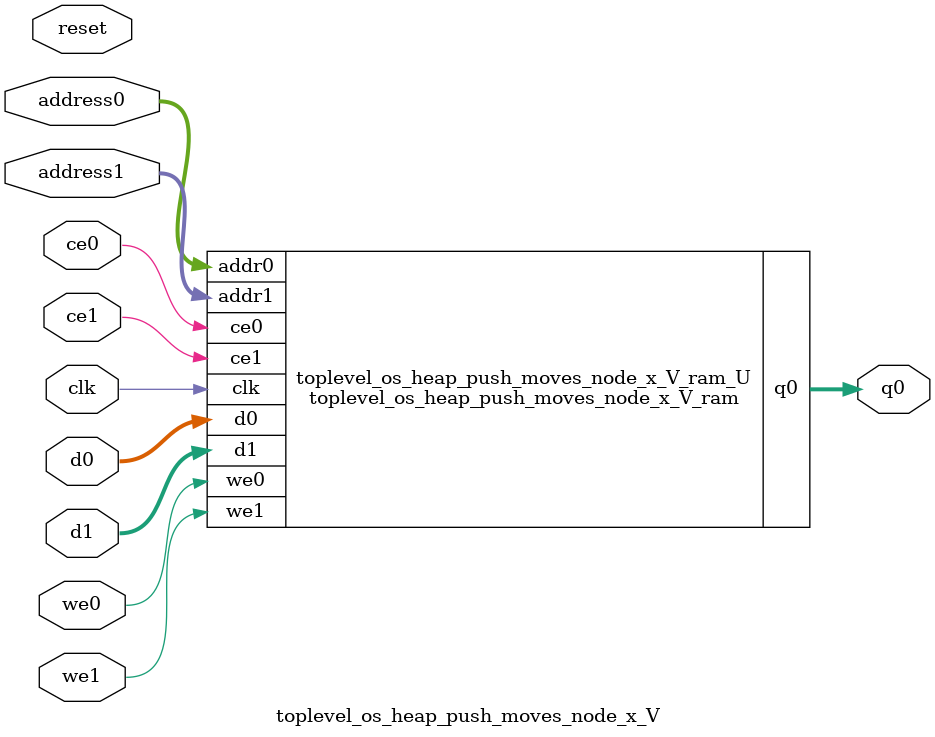
<source format=v>
`timescale 1 ns / 1 ps
module toplevel_os_heap_push_moves_node_x_V_ram (addr0, ce0, d0, we0, q0, addr1, ce1, d1, we1,  clk);

parameter DWIDTH = 9;
parameter AWIDTH = 4;
parameter MEM_SIZE = 16;

input[AWIDTH-1:0] addr0;
input ce0;
input[DWIDTH-1:0] d0;
input we0;
output reg[DWIDTH-1:0] q0;
input[AWIDTH-1:0] addr1;
input ce1;
input[DWIDTH-1:0] d1;
input we1;
input clk;

reg [DWIDTH-1:0] ram[0:MEM_SIZE-1];




always @(posedge clk)  
begin 
    if (ce0) begin
        if (we0) 
            ram[addr0] <= d0; 
        q0 <= ram[addr0];
    end
end


always @(posedge clk)  
begin 
    if (ce1) begin
        if (we1) 
            ram[addr1] <= d1; 
    end
end


endmodule

`timescale 1 ns / 1 ps
module toplevel_os_heap_push_moves_node_x_V(
    reset,
    clk,
    address0,
    ce0,
    we0,
    d0,
    q0,
    address1,
    ce1,
    we1,
    d1);

parameter DataWidth = 32'd9;
parameter AddressRange = 32'd16;
parameter AddressWidth = 32'd4;
input reset;
input clk;
input[AddressWidth - 1:0] address0;
input ce0;
input we0;
input[DataWidth - 1:0] d0;
output[DataWidth - 1:0] q0;
input[AddressWidth - 1:0] address1;
input ce1;
input we1;
input[DataWidth - 1:0] d1;



toplevel_os_heap_push_moves_node_x_V_ram toplevel_os_heap_push_moves_node_x_V_ram_U(
    .clk( clk ),
    .addr0( address0 ),
    .ce0( ce0 ),
    .we0( we0 ),
    .d0( d0 ),
    .q0( q0 ),
    .addr1( address1 ),
    .ce1( ce1 ),
    .we1( we1 ),
    .d1( d1 ));

endmodule


</source>
